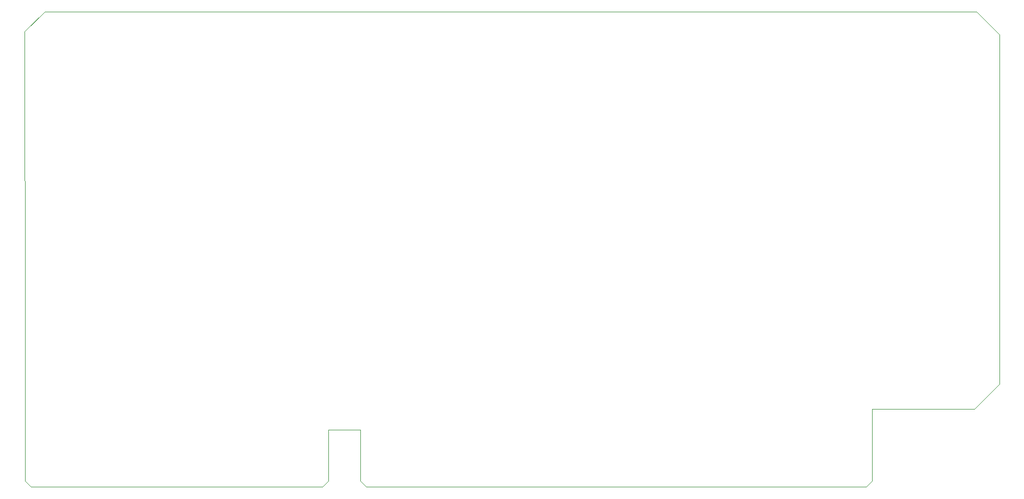
<source format=gbr>
%TF.GenerationSoftware,KiCad,Pcbnew,8.0.5-dirty*%
%TF.CreationDate,2024-12-29T14:15:33-08:00*%
%TF.ProjectId,nightshade,6e696768-7473-4686-9164-652e6b696361,rev?*%
%TF.SameCoordinates,Original*%
%TF.FileFunction,Profile,NP*%
%FSLAX46Y46*%
G04 Gerber Fmt 4.6, Leading zero omitted, Abs format (unit mm)*
G04 Created by KiCad (PCBNEW 8.0.5-dirty) date 2024-12-29 14:15:33*
%MOMM*%
%LPD*%
G01*
G04 APERTURE LIST*
%TA.AperFunction,Profile*%
%ADD10C,0.050000*%
%TD*%
G04 APERTURE END LIST*
D10*
X237100000Y-85450000D02*
X237100000Y-141000000D01*
X233150000Y-144950000D01*
X216875000Y-144950000D01*
X216875000Y-156400000D01*
X215925000Y-157350000D01*
X136550000Y-157350000D01*
X135600000Y-156400000D01*
X135600000Y-148250000D01*
X130525000Y-148250000D01*
X130525000Y-156400000D01*
X129575000Y-157350000D01*
X83249980Y-157350000D01*
X82300000Y-156400020D01*
X82300000Y-131999625D01*
X82240134Y-84944793D01*
X85423595Y-81800000D01*
X233450000Y-81800000D01*
X237100000Y-85450000D01*
M02*

</source>
